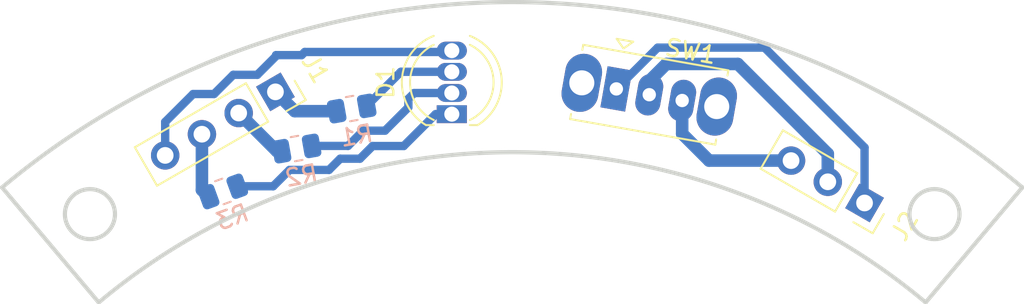
<source format=kicad_pcb>
(kicad_pcb (version 20211014) (generator pcbnew)
  (layers (0 "F.Cu" signal) (31 "B.Cu" signal) (34 "B.Paste" user) (35 "F.Paste" user) (36 "B.SilkS" user "B.Silkscreen") (37 "F.SilkS" user "F.Silkscreen") (38 "B.Mask" user) (39 "F.Mask" user) (44 "Edge.Cuts" user))
  (net 0 "")
  (net 1 "Net-(D1-Pad1)")
  (net 2 "Net-(D1-Pad2)")
  (net 3 "Net-(D1-Pad3)")
  (net 4 "GND")
  (net 5 "Net-(J1-Pad1)")
  (net 6 "Net-(J1-Pad2)")
  (net 7 "Net-(J1-Pad3)")
  (net 8 "Net-(J2-Pad1)")
  (net 9 "Net-(J2-Pad2)")
  (net 10 "Net-(J2-Pad3)")
  (footprint "LED_THT:LED_D5.0mm-4_RGB" (layer "F.Cu") (at 144.650002 90.130001 90)
    (fp_text reference "D1" (at 1.905 -3.96 90) (layer "F.SilkS"))
    (fp_text value "LED_RGBK")
    (fp_line (start -0.655 -1.545) (end -0.655 -1.08) (layer "F.SilkS") (width 0.12))
    (fp_line (start -0.655 1.08) (end -0.655 1.545) (layer "F.SilkS") (width 0.12))
    (fp_arc (start -0.349684 -1.08) (mid 1.904762 -2.5) (end 4.159479 -1.080429) (layer "F.SilkS") (width 0.12))
    (fp_arc (start -0.655 -1.54483) (mid 2.163456 -2.978809) (end 4.692815 -1.080827) (layer "F.SilkS") (width 0.12))
    (fp_arc (start 4.159479 1.080429) (mid 1.904762 2.5) (end -0.349684 1.08) (layer "F.SilkS") (width 0.12))
    (fp_arc (start 4.692815 1.080827) (mid 2.163456 2.978808) (end -0.655 1.54483) (layer "F.SilkS") (width 0.12))
    (pad "1" thru_hole rect locked (at 0 0 90) (size 1.07 1.8) (drill 0.9) (layers *.Cu *.Mask) (net 1 "Net-(D1-Pad1)"))
    (pad "2" thru_hole oval locked (at 1.27 0 90) (size 1.07 1.8) (drill 0.9) (layers *.Cu *.Mask) (net 2 "Net-(D1-Pad2)"))
    (pad "3" thru_hole oval locked (at 2.54 0 90) (size 1.07 1.8) (drill 0.9) (layers *.Cu *.Mask) (net 3 "Net-(D1-Pad3)"))
    (pad "4" thru_hole oval locked (at 3.81 0 90) (size 1.07 1.8) (drill 0.9) (layers *.Cu *.Mask) (net 4 "GND"))
  )
  (footprint "Button_Switch_THT:SW_Slide_1P2T_CK_OS102011MS2Q" (layer "F.Cu") (at 154.498724 88.615688 -10)
    (fp_text reference "SW1" (at 3.99 -2.99 170) (layer "F.SilkS"))
    (fp_text value "SW_DPDT_x2")
    (fp_line (start 0 -2.46) (end 0.5 -2.96) (layer "F.SilkS") (width 0.12))
    (fp_line (start -2.41 -1.95) (end -2.41 -2.26) (layer "F.SilkS") (width 0.12))
    (fp_line (start 6.41 2.26) (end -2.41 2.26) (layer "F.SilkS") (width 0.12))
    (fp_line (start -2.41 2.26) (end -2.41 1.95) (layer "F.SilkS") (width 0.12))
    (fp_line (start -2.41 -2.26) (end 6.41 -2.26) (layer "F.SilkS") (width 0.12))
    (fp_line (start -0.5 -2.96) (end 0 -2.46) (layer "F.SilkS") (width 0.12))
    (fp_line (start 6.41 2.26) (end 6.41 1.95) (layer "F.SilkS") (width 0.12))
    (fp_line (start 6.41 -2.26) (end 6.41 -1.95) (layer "F.SilkS") (width 0.12))
    (fp_line (start 0.5 -2.96) (end -0.5 -2.96) (layer "F.SilkS") (width 0.12))
    (pad "" thru_hole oval locked (at 6.1 0 350) (size 2.2 3.5) (drill 1.5) (layers *.Cu *.Mask))
    (pad "" thru_hole oval locked (at -2.1 0 350) (size 2.2 3.5) (drill 1.5) (layers *.Cu *.Mask))
    (pad "1" thru_hole rect locked (at 0 0 350) (size 1.5 2.5) (drill 0.8) (layers *.Cu *.Mask) (net 8 "Net-(J2-Pad1)"))
    (pad "2" thru_hole oval locked (at 2 0 350) (size 1.5 2.5) (drill 0.8) (layers *.Cu *.Mask) (net 9 "Net-(J2-Pad2)"))
    (pad "3" thru_hole oval locked (at 4 0 350) (size 1.5 2.5) (drill 0.8) (layers *.Cu *.Mask) (net 10 "Net-(J2-Pad3)"))
  )
  (footprint "Connector_PinSocket_2.54mm:PinSocket_1x03_P2.54mm_Vertical" (layer "F.Cu") (at 169.354213 95.45415 -120)
    (fp_text reference "J2" (at 0 -2.77 60) (layer "F.SilkS"))
    (fp_text value "Conn_01x03_Male")
    (fp_line (start -1.33 1.27) (end -1.33 6.41) (layer "F.SilkS") (width 0.12))
    (fp_line (start 1.33 -1.33) (end 1.33 0) (layer "F.SilkS") (width 0.12))
    (fp_line (start 1.33 1.27) (end 1.33 6.41) (layer "F.SilkS") (width 0.12))
    (fp_line (start 0 -1.33) (end 1.33 -1.33) (layer "F.SilkS") (width 0.12))
    (fp_line (start -1.33 6.41) (end 1.33 6.41) (layer "F.SilkS") (width 0.12))
    (fp_line (start -1.33 1.27) (end 1.33 1.27) (layer "F.SilkS") (width 0.12))
    (pad "1" thru_hole rect locked (at 0 0 240) (size 1.7 1.7) (drill 1) (layers *.Cu *.Mask) (net 8 "Net-(J2-Pad1)"))
    (pad "2" thru_hole oval locked (at 0 2.54 240) (size 1.7 1.7) (drill 1) (layers *.Cu *.Mask) (net 9 "Net-(J2-Pad2)"))
    (pad "3" thru_hole oval locked (at 0 5.08 240) (size 1.7 1.7) (drill 1) (layers *.Cu *.Mask) (net 10 "Net-(J2-Pad3)"))
  )
  (footprint "Connector_PinSocket_2.54mm:PinSocket_1x04_P2.54mm_Vertical" (layer "F.Cu") (at 134.093397 88.791651 -60)
    (fp_text reference "J1" (at 0 -2.77 120) (layer "F.SilkS"))
    (fp_text value "Conn_01x04_Male")
    (fp_line (start -1.33 1.27) (end -1.33 8.95) (layer "F.SilkS") (width 0.12))
    (fp_line (start 1.33 1.27) (end 1.33 8.95) (layer "F.SilkS") (width 0.12))
    (fp_line (start 1.33 -1.33) (end 1.33 0) (layer "F.SilkS") (width 0.12))
    (fp_line (start 0 -1.33) (end 1.33 -1.33) (layer "F.SilkS") (width 0.12))
    (fp_line (start -1.33 8.95) (end 1.33 8.95) (layer "F.SilkS") (width 0.12))
    (fp_line (start -1.33 1.27) (end 1.33 1.27) (layer "F.SilkS") (width 0.12))
    (pad "1" thru_hole rect locked (at 0 0 300) (size 1.7 1.7) (drill 1) (layers *.Cu *.Mask) (net 5 "Net-(J1-Pad1)"))
    (pad "2" thru_hole oval locked (at 0 2.54 300) (size 1.7 1.7) (drill 1) (layers *.Cu *.Mask) (net 6 "Net-(J1-Pad2)"))
    (pad "3" thru_hole oval locked (at 0 5.08 300) (size 1.7 1.7) (drill 1) (layers *.Cu *.Mask) (net 7 "Net-(J1-Pad3)"))
    (pad "4" thru_hole oval locked (at 0 7.62 300) (size 1.7 1.7) (drill 1) (layers *.Cu *.Mask) (net 4 "GND"))
  )
  (footprint "Resistor_SMD:R_0805_2012Metric" (layer "B.Cu") (at 138.658635 89.791545 10)
    (fp_text reference "R1" (at 0 1.65 10) (layer "B.SilkS") (effects (justify mirror)))
    (fp_text value "R")
    (fp_line (start -0.227064 0.735) (end 0.227064 0.735) (layer "B.SilkS") (width 0.12))
    (fp_line (start -0.227064 -0.735) (end 0.227064 -0.735) (layer "B.SilkS") (width 0.12))
    (pad "1" smd roundrect locked (at -0.9125 0 10) (size 1.025 1.4) (layers "B.Cu" "B.Paste" "B.Mask") (roundrect_rratio 0.243902) (net 5 "Net-(J1-Pad1)"))
    (pad "2" smd roundrect locked (at 0.9125 0 10) (size 1.025 1.4) (layers "B.Cu" "B.Paste" "B.Mask") (roundrect_rratio 0.243902) (net 3 "Net-(D1-Pad3)"))
  )
  (footprint "Resistor_SMD:R_0805_2012Metric" (layer "B.Cu") (at 130.950248 94.76375 20)
    (fp_text reference "R3" (at 0 1.65 20) (layer "B.SilkS") (effects (justify mirror)))
    (fp_text value "R")
    (fp_line (start -0.227064 0.735) (end 0.227064 0.735) (layer "B.SilkS") (width 0.12))
    (fp_line (start -0.227064 -0.735) (end 0.227064 -0.735) (layer "B.SilkS") (width 0.12))
    (pad "1" smd roundrect locked (at -0.9125 0 20) (size 1.025 1.4) (layers "B.Cu" "B.Paste" "B.Mask") (roundrect_rratio 0.243902) (net 7 "Net-(J1-Pad3)"))
    (pad "2" smd roundrect locked (at 0.9125 0 20) (size 1.025 1.4) (layers "B.Cu" "B.Paste" "B.Mask") (roundrect_rratio 0.243902) (net 1 "Net-(D1-Pad1)"))
  )
  (footprint "Resistor_SMD:R_0805_2012Metric" (layer "B.Cu") (at 135.36 92.19 10)
    (fp_text reference "R2" (at -0.000001 1.65 10) (layer "B.SilkS") (effects (justify mirror)))
    (fp_text value "R")
    (fp_line (start -0.227064 -0.735) (end 0.227064 -0.735) (layer "B.SilkS") (width 0.12))
    (fp_line (start -0.227064 0.735) (end 0.227064 0.735) (layer "B.SilkS") (width 0.12))
    (pad "1" smd roundrect locked (at -0.9125 0 10) (size 1.025 1.4) (layers "B.Cu" "B.Paste" "B.Mask") (roundrect_rratio 0.243902) (net 6 "Net-(J1-Pad2)"))
    (pad "2" smd roundrect locked (at 0.9125 0 10) (size 1.025 1.4) (layers "B.Cu" "B.Paste" "B.Mask") (roundrect_rratio 0.243902) (net 2 "Net-(D1-Pad2)"))
  )
  (gr_circle (center 173.539392 96.122026) (end 174.503573 94.972958) (layer "Edge.Cuts") (width 0.25) (fill none))
  (gr_circle (center 122.990624 96.122026) (end 123.954806 94.97296) (layer "Edge.Cuts") (width 0.25) (fill none))
  (gr_arc (start 123.517686 101.417323) (mid 148.265009 92.410034) (end 173.012331 101.417323) (layer "Edge.Cuts") (width 0.25))
  (gr_line (start 117.732597 94.522924) (end 123.517686 101.417323) (layer "Edge.Cuts") (width 0.25))
  (gr_arc (start 117.732597 94.522924) (mid 148.265009 83.410034) (end 178.797421 94.522923) (layer "Edge.Cuts") (width 0.25))
  (gr_line (start 173.012331 101.417323) (end 178.797421 94.522923) (layer "Edge.Cuts") (width 0.25))
  (segment (start 137.97 92.8) (end 139.15 92.8) (width 0.5) (layer "B.Cu") (net 1))
  (segment (start 133.958343 94.451657) (end 134.94 93.47) (width 0.5) (layer "B.Cu") (net 1))
  (segment (start 134.94 93.47) (end 137.3 93.47) (width 0.5) (layer "B.Cu") (net 1))
  (segment (start 137.3 93.47) (end 137.97 92.8) (width 0.5) (layer "B.Cu") (net 1))
  (segment (start 139.15 92.8) (end 139.91 92.04) (width 0.5) (layer "B.Cu") (net 1))
  (segment (start 141.77 92.04) (end 143.679999 90.130001) (width 0.5) (layer "B.Cu") (net 1))
  (segment (start 131.807718 94.451657) (end 133.958343 94.451657) (width 0.5) (layer "B.Cu") (net 1))
  (segment (start 143.679999 90.130001) (end 144.650002 90.130001) (width 0.5) (layer "B.Cu") (net 1))
  (segment (start 139.91 92.04) (end 141.77 92.04) (width 0.5) (layer "B.Cu") (net 1))
  (segment (start 142.399999 88.860001) (end 144.650002 88.860001) (width 0.5) (layer "B.Cu") (net 2))
  (segment (start 140.65 91.12) (end 142.05 89.72) (width 0.5) (layer "B.Cu") (net 2))
  (segment (start 136.258637 92.031546) (end 138.438454 92.031546) (width 0.5) (layer "B.Cu") (net 2))
  (segment (start 138.438454 92.031546) (end 139.35 91.12) (width 0.5) (layer "B.Cu") (net 2))
  (segment (start 139.35 91.12) (end 140.65 91.12) (width 0.5) (layer "B.Cu") (net 2))
  (segment (start 142.05 89.72) (end 142.05 89.21) (width 0.5) (layer "B.Cu") (net 2))
  (segment (start 142.05 89.21) (end 142.399999 88.860001) (width 0.5) (layer "B.Cu") (net 2))
  (segment (start 141.600362 87.590001) (end 144.650002 87.590001) (width 0.5) (layer "B.Cu") (net 3))
  (segment (start 139.557272 89.633091) (end 141.600362 87.590001) (width 0.5) (layer "B.Cu") (net 3))
  (segment (start 133.007086 87.77) (end 134.13 86.647086) (width 0.5) (layer "B.Cu") (net 4))
  (segment (start 130.42 88.92) (end 131.57 87.77) (width 0.5) (layer "B.Cu") (net 4))
  (segment (start 134.13 86.59) (end 135.66 86.59) (width 0.5) (layer "B.Cu") (net 4))
  (segment (start 127.494283 92.601651) (end 127.494283 90.595717) (width 0.5) (layer "B.Cu") (net 4))
  (segment (start 129.17 88.92) (end 130.42 88.92) (width 0.5) (layer "B.Cu") (net 4))
  (segment (start 131.57 87.77) (end 133.007086 87.77) (width 0.5) (layer "B.Cu") (net 4))
  (segment (start 135.66 86.59) (end 135.85 86.4) (width 0.5) (layer "B.Cu") (net 4))
  (segment (start 144.570003 86.4) (end 144.650002 86.320001) (width 0.5) (layer "B.Cu") (net 4))
  (segment (start 127.494283 90.595717) (end 129.17 88.92) (width 0.5) (layer "B.Cu") (net 4))
  (segment (start 135.85 86.4) (end 144.570003 86.4) (width 0.5) (layer "B.Cu") (net 4))
  (segment (start 134.13 86.647086) (end 134.13 86.59) (width 0.5) (layer "B.Cu") (net 4))
  (segment (start 137.759998 89.949999) (end 135.251745 89.949999) (width 0.75) (layer "B.Cu") (net 5))
  (segment (start 135.251745 89.949999) (end 134.093397 88.791651) (width 0.75) (layer "B.Cu") (net 5))
  (segment (start 134.461363 92.348454) (end 134.180495 92.348454) (width 0.75) (layer "B.Cu") (net 6))
  (segment (start 134.180495 92.348454) (end 131.893692 90.061651) (width 0.75) (layer "B.Cu") (net 6))
  (segment (start 129.693988 91.331651) (end 129.693988 94.677053) (width 0.75) (layer "B.Cu") (net 7))
  (segment (start 129.693988 94.677053) (end 130.092778 95.075843) (width 0.75) (layer "B.Cu") (net 7))
  (segment (start 169.354213 92.128356) (end 169.354213 95.45415) (width 0.5) (layer "B.Cu") (net 8))
  (segment (start 163.365857 86.14) (end 169.354213 92.128356) (width 0.5) (layer "B.Cu") (net 8))
  (segment (start 156.974412 86.14) (end 163.365857 86.14) (width 0.5) (layer "B.Cu") (net 8))
  (segment (start 154.498724 88.615688) (end 156.974412 86.14) (width 0.5) (layer "B.Cu") (net 8))
  (segment (start 161.77 87.12) (end 157.49 87.12) (width 0.75) (layer "B.Cu") (net 9))
  (segment (start 157.49 87.12) (end 156.46834 88.14166) (width 0.75) (layer "B.Cu") (net 9))
  (segment (start 156.46834 88.14166) (end 156.46834 88.962984) (width 0.75) (layer "B.Cu") (net 9))
  (segment (start 167.154508 94.18415) (end 167.154508 92.504508) (width 0.75) (layer "B.Cu") (net 9))
  (segment (start 167.154508 92.504508) (end 161.77 87.12) (width 0.75) (layer "B.Cu") (net 9))
  (segment (start 160.04942 92.91415) (end 158.437955 91.302685) (width 0.75) (layer "B.Cu") (net 10))
  (segment (start 158.437955 91.302685) (end 158.437955 89.310281) (width 0.75) (layer "B.Cu") (net 10))
  (segment (start 164.954804 92.91415) (end 160.04942 92.91415) (width 0.75) (layer "B.Cu") (net 10))
)
</source>
